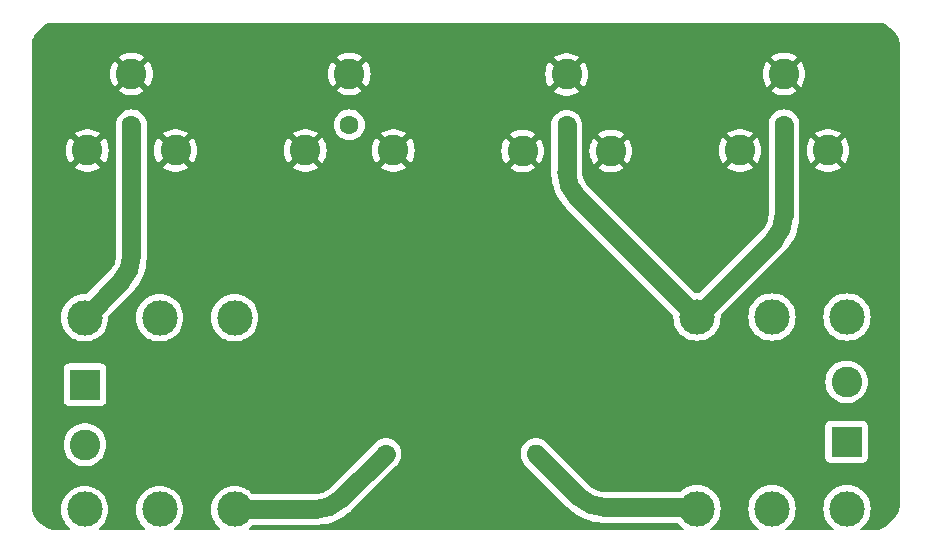
<source format=gbl>
%TF.GenerationSoftware,KiCad,Pcbnew,7.0.1*%
%TF.CreationDate,2023-08-03T02:37:16+01:00*%
%TF.ProjectId,QA403 Impedance Fixture,51413430-3320-4496-9d70-6564616e6365,rev?*%
%TF.SameCoordinates,Original*%
%TF.FileFunction,Copper,L2,Bot*%
%TF.FilePolarity,Positive*%
%FSLAX46Y46*%
G04 Gerber Fmt 4.6, Leading zero omitted, Abs format (unit mm)*
G04 Created by KiCad (PCBNEW 7.0.1) date 2023-08-03 02:37:16*
%MOMM*%
%LPD*%
G01*
G04 APERTURE LIST*
%TA.AperFunction,ComponentPad*%
%ADD10C,3.000000*%
%TD*%
%TA.AperFunction,ComponentPad*%
%ADD11R,2.600000X2.600000*%
%TD*%
%TA.AperFunction,ComponentPad*%
%ADD12C,2.600000*%
%TD*%
%TA.AperFunction,ComponentPad*%
%ADD13C,1.605000*%
%TD*%
%TA.AperFunction,ComponentPad*%
%ADD14C,2.595000*%
%TD*%
%TA.AperFunction,ComponentPad*%
%ADD15C,1.600000*%
%TD*%
%TA.AperFunction,ComponentPad*%
%ADD16O,1.600000X1.600000*%
%TD*%
%TA.AperFunction,Conductor*%
%ADD17C,1.600000*%
%TD*%
%TA.AperFunction,Conductor*%
%ADD18C,0.250000*%
%TD*%
G04 APERTURE END LIST*
D10*
%TO.P,J2,R*%
%TO.N,/COM*%
X138684000Y-50438000D03*
%TO.P,J2,RN*%
X138684000Y-66668000D03*
%TO.P,J2,S*%
X145034000Y-50438000D03*
D11*
%TO.P,J2,S2*%
X145000000Y-61000000D03*
D10*
%TO.P,J2,SN*%
X145034000Y-66668000D03*
%TO.P,J2,T*%
%TO.N,/B*%
X132334000Y-50438000D03*
D12*
%TO.P,J2,T2*%
X145000000Y-55920000D03*
D10*
%TO.P,J2,TN*%
X132334000Y-66668000D03*
%TD*%
%TO.P,J1,R*%
%TO.N,/COM*%
X86835000Y-66730000D03*
%TO.P,J1,RN*%
X86835000Y-50500000D03*
%TO.P,J1,S*%
X80485000Y-66730000D03*
D11*
%TO.P,J1,S2*%
X80519000Y-56168000D03*
D10*
%TO.P,J1,SN*%
X80485000Y-50500000D03*
%TO.P,J1,T*%
%TO.N,/A*%
X93185000Y-66730000D03*
D12*
%TO.P,J1,T2*%
X80519000Y-61248000D03*
D10*
%TO.P,J1,TN*%
X93185000Y-50500000D03*
%TD*%
D13*
%TO.P,J6,1,In*%
%TO.N,/B*%
X139700000Y-34165000D03*
D14*
%TO.P,J6,2,Ext*%
%TO.N,GNDA*%
X139700000Y-29845000D03*
%TO.P,J6,3,Ext*%
X143430000Y-36325000D03*
%TO.P,J6,4,Ext*%
X135970000Y-36325000D03*
%TD*%
D13*
%TO.P,J3,1,In*%
%TO.N,/B*%
X121300396Y-34210000D03*
D14*
%TO.P,J3,2,Ext*%
%TO.N,GNDA*%
X121300396Y-29890000D03*
%TO.P,J3,3,Ext*%
X125030396Y-36370000D03*
%TO.P,J3,4,Ext*%
X117570396Y-36370000D03*
%TD*%
D13*
%TO.P,J5,1,In*%
%TO.N,/A*%
X102900793Y-34165000D03*
D14*
%TO.P,J5,2,Ext*%
%TO.N,GNDA*%
X102900793Y-29845000D03*
%TO.P,J5,3,Ext*%
X106630793Y-36325000D03*
%TO.P,J5,4,Ext*%
X99170793Y-36325000D03*
%TD*%
D15*
%TO.P,R4,1*%
%TO.N,/A*%
X106000000Y-62000000D03*
D16*
%TO.P,R4,2*%
%TO.N,/B*%
X118700000Y-62000000D03*
%TD*%
D13*
%TO.P,J4,1,In*%
%TO.N,/COM*%
X84455000Y-34165000D03*
D14*
%TO.P,J4,2,Ext*%
%TO.N,GNDA*%
X84455000Y-29845000D03*
%TO.P,J4,3,Ext*%
X88185000Y-36325000D03*
%TO.P,J4,4,Ext*%
X80725000Y-36325000D03*
%TD*%
D17*
%TO.N,/COM*%
X83576341Y-47408699D02*
G75*
G03*
X84455000Y-45287359I-2121341J2121299D01*
G01*
%TO.N,/B*%
X138821341Y-43950699D02*
G75*
G03*
X139700000Y-41829359I-2121341J2121299D01*
G01*
X121300429Y-38161755D02*
G75*
G03*
X122179075Y-40283075I2999971J-45D01*
G01*
X132214000Y-66548000D02*
X132334000Y-66668000D01*
X124490641Y-66548000D02*
X132214000Y-66548000D01*
X118700000Y-62000000D02*
X122369321Y-65669321D01*
X122369309Y-65669333D02*
G75*
G03*
X124490641Y-66548000I2121391J2121533D01*
G01*
%TO.N,/A*%
X100027359Y-66729971D02*
G75*
G03*
X102148680Y-65851320I41J2999971D01*
G01*
D18*
%TO.N,GNDA*%
X113954999Y-45720000D02*
X114040000Y-45805001D01*
D17*
%TO.N,/A*%
X102148680Y-65851320D02*
X106000000Y-62000000D01*
X93185000Y-66730000D02*
X100027359Y-66730000D01*
%TO.N,/B*%
X132334000Y-50438000D02*
X122179075Y-40283075D01*
X132334000Y-50438000D02*
X138821321Y-43950679D01*
X139700000Y-41829359D02*
X139700000Y-34165000D01*
X121300396Y-38161755D02*
X121300396Y-34210000D01*
%TO.N,/COM*%
X84455000Y-45287359D02*
X84455000Y-34165000D01*
X80485000Y-50500000D02*
X83576321Y-47408679D01*
%TD*%
%TA.AperFunction,Conductor*%
%TO.N,GNDA*%
G36*
X147633533Y-25500382D02*
G01*
X147671948Y-25503405D01*
X147853606Y-25517701D01*
X147872816Y-25520744D01*
X148082722Y-25571138D01*
X148101214Y-25577146D01*
X148260399Y-25643083D01*
X148300650Y-25659756D01*
X148317987Y-25668590D01*
X148502035Y-25781375D01*
X148517776Y-25792811D01*
X148685638Y-25936178D01*
X148692788Y-25942788D01*
X149057211Y-26307211D01*
X149063821Y-26314361D01*
X149207188Y-26482223D01*
X149218624Y-26497964D01*
X149331409Y-26682012D01*
X149340243Y-26699349D01*
X149422850Y-26898778D01*
X149428863Y-26917284D01*
X149479254Y-27127178D01*
X149482298Y-27146396D01*
X149499618Y-27366466D01*
X149500000Y-27376195D01*
X149500000Y-66373805D01*
X149499618Y-66383534D01*
X149482298Y-66603603D01*
X149479254Y-66622821D01*
X149428863Y-66832715D01*
X149422850Y-66851221D01*
X149340243Y-67050650D01*
X149331409Y-67067987D01*
X149218624Y-67252035D01*
X149207188Y-67267776D01*
X149063821Y-67435638D01*
X149057211Y-67442788D01*
X148442788Y-68057211D01*
X148435638Y-68063821D01*
X148267776Y-68207188D01*
X148252035Y-68218624D01*
X148067987Y-68331409D01*
X148050650Y-68340243D01*
X147851221Y-68422850D01*
X147832715Y-68428863D01*
X147622821Y-68479254D01*
X147603603Y-68482298D01*
X147383534Y-68499618D01*
X147373805Y-68500000D01*
X146297480Y-68500000D01*
X146238053Y-68484832D01*
X146193165Y-68443040D01*
X146173796Y-68384846D01*
X146184686Y-68324489D01*
X146223169Y-68276733D01*
X146347395Y-68183739D01*
X146549739Y-67981395D01*
X146721226Y-67752315D01*
X146858367Y-67501161D01*
X146958369Y-67233046D01*
X147019196Y-66953428D01*
X147039610Y-66668000D01*
X147019196Y-66382572D01*
X146958369Y-66102954D01*
X146858367Y-65834839D01*
X146721226Y-65583685D01*
X146549739Y-65354605D01*
X146347395Y-65152261D01*
X146232854Y-65066517D01*
X146118313Y-64980772D01*
X145867163Y-64843634D01*
X145867162Y-64843633D01*
X145867161Y-64843633D01*
X145599046Y-64743631D01*
X145599041Y-64743629D01*
X145319429Y-64682804D01*
X145034000Y-64662389D01*
X144748570Y-64682804D01*
X144468958Y-64743629D01*
X144200836Y-64843634D01*
X143949686Y-64980772D01*
X143720602Y-65152263D01*
X143518263Y-65354602D01*
X143346772Y-65583686D01*
X143209634Y-65834836D01*
X143109629Y-66102958D01*
X143048804Y-66382570D01*
X143028389Y-66667999D01*
X143048804Y-66953429D01*
X143109629Y-67233041D01*
X143209634Y-67501163D01*
X143346772Y-67752313D01*
X143408936Y-67835354D01*
X143518261Y-67981395D01*
X143720605Y-68183739D01*
X143844831Y-68276733D01*
X143883314Y-68324489D01*
X143894204Y-68384846D01*
X143874835Y-68443040D01*
X143829947Y-68484832D01*
X143770520Y-68500000D01*
X139947480Y-68500000D01*
X139888053Y-68484832D01*
X139843165Y-68443040D01*
X139823796Y-68384846D01*
X139834686Y-68324489D01*
X139873169Y-68276733D01*
X139997395Y-68183739D01*
X140199739Y-67981395D01*
X140371226Y-67752315D01*
X140508367Y-67501161D01*
X140608369Y-67233046D01*
X140669196Y-66953428D01*
X140689610Y-66668000D01*
X140669196Y-66382572D01*
X140608369Y-66102954D01*
X140508367Y-65834839D01*
X140371226Y-65583685D01*
X140199739Y-65354605D01*
X139997395Y-65152261D01*
X139882854Y-65066517D01*
X139768313Y-64980772D01*
X139517163Y-64843634D01*
X139517162Y-64843633D01*
X139517161Y-64843633D01*
X139249046Y-64743631D01*
X139249041Y-64743629D01*
X138969429Y-64682804D01*
X138684000Y-64662389D01*
X138398570Y-64682804D01*
X138118958Y-64743629D01*
X137850836Y-64843634D01*
X137599686Y-64980772D01*
X137370602Y-65152263D01*
X137168263Y-65354602D01*
X136996772Y-65583686D01*
X136859634Y-65834836D01*
X136759629Y-66102958D01*
X136698804Y-66382570D01*
X136678389Y-66667999D01*
X136698804Y-66953429D01*
X136759629Y-67233041D01*
X136859634Y-67501163D01*
X136996772Y-67752313D01*
X137058936Y-67835354D01*
X137168261Y-67981395D01*
X137370605Y-68183739D01*
X137494831Y-68276733D01*
X137533314Y-68324489D01*
X137544204Y-68384846D01*
X137524835Y-68443040D01*
X137479947Y-68484832D01*
X137420520Y-68500000D01*
X133597480Y-68500000D01*
X133538053Y-68484832D01*
X133493165Y-68443040D01*
X133473796Y-68384846D01*
X133484686Y-68324489D01*
X133523169Y-68276733D01*
X133647395Y-68183739D01*
X133849739Y-67981395D01*
X134021226Y-67752315D01*
X134158367Y-67501161D01*
X134258369Y-67233046D01*
X134319196Y-66953428D01*
X134339610Y-66668000D01*
X134319196Y-66382572D01*
X134258369Y-66102954D01*
X134158367Y-65834839D01*
X134021226Y-65583685D01*
X133849739Y-65354605D01*
X133647395Y-65152261D01*
X133532854Y-65066517D01*
X133418313Y-64980772D01*
X133167163Y-64843634D01*
X133167162Y-64843633D01*
X133167161Y-64843633D01*
X132899046Y-64743631D01*
X132899041Y-64743629D01*
X132619429Y-64682804D01*
X132334000Y-64662389D01*
X132048570Y-64682804D01*
X131768958Y-64743629D01*
X131500836Y-64843634D01*
X131249686Y-64980772D01*
X131020602Y-65152263D01*
X130961685Y-65211181D01*
X130921457Y-65238061D01*
X130874004Y-65247500D01*
X124494722Y-65247500D01*
X124486610Y-65247234D01*
X124276936Y-65233487D01*
X124260856Y-65231370D01*
X124058757Y-65191169D01*
X124043091Y-65186972D01*
X123940833Y-65152261D01*
X123847954Y-65120733D01*
X123832978Y-65114530D01*
X123742046Y-65069688D01*
X123648162Y-65023391D01*
X123634116Y-65015282D01*
X123462776Y-64900801D01*
X123449909Y-64890928D01*
X123292112Y-64752552D01*
X123286187Y-64747002D01*
X120887054Y-62347869D01*
X143199500Y-62347869D01*
X143205909Y-62407484D01*
X143220460Y-62446496D01*
X143256204Y-62542331D01*
X143342454Y-62657546D01*
X143457669Y-62743796D01*
X143592517Y-62794091D01*
X143652127Y-62800500D01*
X146347872Y-62800499D01*
X146407483Y-62794091D01*
X146542331Y-62743796D01*
X146657546Y-62657546D01*
X146743796Y-62542331D01*
X146794091Y-62407483D01*
X146800500Y-62347873D01*
X146800499Y-59652128D01*
X146794091Y-59592517D01*
X146743796Y-59457669D01*
X146657546Y-59342454D01*
X146542331Y-59256204D01*
X146407483Y-59205909D01*
X146347873Y-59199500D01*
X146347869Y-59199500D01*
X143652130Y-59199500D01*
X143592515Y-59205909D01*
X143457669Y-59256204D01*
X143342454Y-59342454D01*
X143256204Y-59457668D01*
X143205909Y-59592516D01*
X143199500Y-59652130D01*
X143199500Y-62347869D01*
X120887054Y-62347869D01*
X119708731Y-61169546D01*
X119708729Y-61169543D01*
X119539141Y-60999954D01*
X119509070Y-60978899D01*
X119496873Y-60970358D01*
X119488315Y-60963792D01*
X119448786Y-60930623D01*
X119448784Y-60930622D01*
X119448782Y-60930620D01*
X119404106Y-60904827D01*
X119394983Y-60899015D01*
X119352736Y-60869433D01*
X119305986Y-60847633D01*
X119296392Y-60842638D01*
X119251713Y-60816842D01*
X119203241Y-60799201D01*
X119193256Y-60795066D01*
X119146496Y-60773261D01*
X119146497Y-60773261D01*
X119146490Y-60773258D01*
X119096660Y-60759906D01*
X119086346Y-60756655D01*
X119071103Y-60751107D01*
X119037880Y-60739015D01*
X119037879Y-60739014D01*
X119037877Y-60739014D01*
X118987079Y-60730057D01*
X118976521Y-60727716D01*
X118926693Y-60714365D01*
X118875302Y-60709868D01*
X118864582Y-60708456D01*
X118813781Y-60699499D01*
X118813779Y-60699499D01*
X118762185Y-60699499D01*
X118751379Y-60699027D01*
X118747160Y-60698658D01*
X118700000Y-60694531D01*
X118652839Y-60698658D01*
X118648620Y-60699027D01*
X118637815Y-60699499D01*
X118586217Y-60699499D01*
X118535415Y-60708456D01*
X118524696Y-60709868D01*
X118473307Y-60714365D01*
X118423477Y-60727716D01*
X118412923Y-60730056D01*
X118380353Y-60735799D01*
X118362120Y-60739015D01*
X118362118Y-60739015D01*
X118362116Y-60739016D01*
X118313650Y-60756655D01*
X118303339Y-60759906D01*
X118253507Y-60773259D01*
X118206755Y-60795060D01*
X118196763Y-60799198D01*
X118148286Y-60816842D01*
X118103603Y-60842639D01*
X118094015Y-60847630D01*
X118047268Y-60869430D01*
X118005015Y-60899015D01*
X117995897Y-60904824D01*
X117951212Y-60930624D01*
X117911694Y-60963783D01*
X117903115Y-60970366D01*
X117860858Y-60999955D01*
X117824376Y-61036436D01*
X117816405Y-61043741D01*
X117776895Y-61076895D01*
X117743741Y-61116405D01*
X117736436Y-61124376D01*
X117699955Y-61160858D01*
X117670366Y-61203115D01*
X117663783Y-61211694D01*
X117630624Y-61251212D01*
X117604824Y-61295897D01*
X117599015Y-61305015D01*
X117569430Y-61347268D01*
X117547630Y-61394015D01*
X117542639Y-61403603D01*
X117516842Y-61448286D01*
X117499198Y-61496763D01*
X117495060Y-61506755D01*
X117473259Y-61553507D01*
X117459906Y-61603339D01*
X117456655Y-61613650D01*
X117439016Y-61662116D01*
X117430056Y-61712923D01*
X117427716Y-61723477D01*
X117414365Y-61773307D01*
X117409868Y-61824696D01*
X117408456Y-61835415D01*
X117399499Y-61886217D01*
X117399499Y-61937815D01*
X117399027Y-61948623D01*
X117394531Y-62000000D01*
X117399027Y-62051377D01*
X117399499Y-62062185D01*
X117399499Y-62113781D01*
X117408456Y-62164582D01*
X117409868Y-62175302D01*
X117414365Y-62226693D01*
X117427716Y-62276521D01*
X117430057Y-62287079D01*
X117439014Y-62337877D01*
X117456655Y-62386346D01*
X117459906Y-62396660D01*
X117473258Y-62446490D01*
X117473261Y-62446496D01*
X117495066Y-62493256D01*
X117499201Y-62503241D01*
X117516842Y-62551713D01*
X117542638Y-62596392D01*
X117547633Y-62605986D01*
X117569433Y-62652736D01*
X117599015Y-62694983D01*
X117604827Y-62704106D01*
X117630620Y-62748782D01*
X117630622Y-62748784D01*
X117630623Y-62748786D01*
X117663792Y-62788315D01*
X117670358Y-62796873D01*
X117680706Y-62811651D01*
X117699954Y-62839141D01*
X117869540Y-63008726D01*
X117869546Y-63008731D01*
X121366516Y-66505701D01*
X121366545Y-66505735D01*
X121414538Y-66553725D01*
X121414585Y-66553794D01*
X121449748Y-66588955D01*
X121449748Y-66588956D01*
X121582518Y-66721718D01*
X121858675Y-66953428D01*
X121870195Y-66963094D01*
X122177799Y-67178470D01*
X122503007Y-67366223D01*
X122503012Y-67366225D01*
X122503015Y-67366227D01*
X122843353Y-67524925D01*
X122843356Y-67524926D01*
X122843358Y-67524927D01*
X123196223Y-67653358D01*
X123196227Y-67653359D01*
X123558951Y-67750552D01*
X123928765Y-67815763D01*
X124270120Y-67845632D01*
X124302855Y-67848497D01*
X124302857Y-67848497D01*
X124428231Y-67848498D01*
X124428245Y-67848500D01*
X124490615Y-67848500D01*
X124598378Y-67848502D01*
X124598384Y-67848500D01*
X124608626Y-67848501D01*
X124608651Y-67848500D01*
X130656707Y-67848500D01*
X130712211Y-67861616D01*
X130755973Y-67898188D01*
X130818261Y-67981395D01*
X131020605Y-68183739D01*
X131144831Y-68276733D01*
X131183314Y-68324489D01*
X131194204Y-68384846D01*
X131174835Y-68443040D01*
X131129947Y-68484832D01*
X131070520Y-68500000D01*
X94531302Y-68500000D01*
X94471875Y-68484832D01*
X94426987Y-68443040D01*
X94407618Y-68384846D01*
X94418508Y-68324489D01*
X94456989Y-68276734D01*
X94498395Y-68245739D01*
X94677315Y-68066818D01*
X94717543Y-68039939D01*
X94764996Y-68030500D01*
X100089415Y-68030500D01*
X100090052Y-68030471D01*
X100215105Y-68030474D01*
X100589204Y-67997749D01*
X100959027Y-67932544D01*
X101321759Y-67835355D01*
X101473553Y-67780108D01*
X101674631Y-67706925D01*
X101674634Y-67706923D01*
X101674641Y-67706921D01*
X102014986Y-67548220D01*
X102340204Y-67360460D01*
X102647820Y-67145070D01*
X102935493Y-66903689D01*
X103019438Y-66819744D01*
X103019444Y-66819740D01*
X103028117Y-66811066D01*
X103028120Y-66811065D01*
X103100487Y-66738698D01*
X103144464Y-66694722D01*
X103144465Y-66694719D01*
X103158690Y-66680495D01*
X103158692Y-66680491D01*
X106824908Y-63014275D01*
X106824915Y-63014271D01*
X106910449Y-62928737D01*
X107000047Y-62839139D01*
X107029640Y-62796873D01*
X107036214Y-62788306D01*
X107069377Y-62748786D01*
X107095181Y-62704089D01*
X107100969Y-62695003D01*
X107130568Y-62652734D01*
X107152368Y-62605982D01*
X107157356Y-62596398D01*
X107183156Y-62551715D01*
X107200800Y-62503235D01*
X107204941Y-62493239D01*
X107226739Y-62446496D01*
X107240095Y-62396643D01*
X107243331Y-62386380D01*
X107260985Y-62337880D01*
X107269947Y-62287048D01*
X107272275Y-62276546D01*
X107285635Y-62226692D01*
X107290131Y-62175302D01*
X107291542Y-62164583D01*
X107291543Y-62164582D01*
X107300501Y-62113779D01*
X107300501Y-62062185D01*
X107300973Y-62051377D01*
X107305468Y-62000000D01*
X107300973Y-61948623D01*
X107300501Y-61937815D01*
X107300501Y-61886221D01*
X107291542Y-61835414D01*
X107290130Y-61824687D01*
X107288809Y-61809594D01*
X107285635Y-61773308D01*
X107276595Y-61739573D01*
X107272281Y-61723471D01*
X107269940Y-61712909D01*
X107260985Y-61662120D01*
X107243341Y-61613644D01*
X107240088Y-61603325D01*
X107226740Y-61553508D01*
X107226740Y-61553507D01*
X107226739Y-61553504D01*
X107204932Y-61506741D01*
X107200801Y-61496768D01*
X107183156Y-61448285D01*
X107167443Y-61421071D01*
X107157355Y-61403596D01*
X107152361Y-61394002D01*
X107130568Y-61347266D01*
X107100974Y-61305002D01*
X107095174Y-61295897D01*
X107069377Y-61251214D01*
X107069376Y-61251212D01*
X107069375Y-61251211D01*
X107036221Y-61211701D01*
X107029633Y-61203115D01*
X107000047Y-61160860D01*
X106963565Y-61124378D01*
X106956257Y-61116404D01*
X106923102Y-61076892D01*
X106883594Y-61043741D01*
X106875619Y-61036433D01*
X106839138Y-60999952D01*
X106796881Y-60970363D01*
X106788304Y-60963783D01*
X106748786Y-60930623D01*
X106748784Y-60930622D01*
X106748782Y-60930620D01*
X106704106Y-60904827D01*
X106694983Y-60899015D01*
X106652736Y-60869433D01*
X106605986Y-60847633D01*
X106596392Y-60842638D01*
X106551713Y-60816842D01*
X106503241Y-60799201D01*
X106493256Y-60795066D01*
X106446496Y-60773261D01*
X106446497Y-60773261D01*
X106446490Y-60773258D01*
X106396660Y-60759906D01*
X106386346Y-60756655D01*
X106371103Y-60751107D01*
X106337880Y-60739015D01*
X106337879Y-60739014D01*
X106337877Y-60739014D01*
X106287079Y-60730057D01*
X106276521Y-60727716D01*
X106226693Y-60714365D01*
X106175302Y-60709868D01*
X106164582Y-60708456D01*
X106113781Y-60699499D01*
X106113779Y-60699499D01*
X106062185Y-60699499D01*
X106051379Y-60699027D01*
X106047160Y-60698658D01*
X106000000Y-60694531D01*
X105952839Y-60698658D01*
X105948620Y-60699027D01*
X105937815Y-60699499D01*
X105886217Y-60699499D01*
X105835415Y-60708456D01*
X105824696Y-60709868D01*
X105773307Y-60714365D01*
X105723477Y-60727716D01*
X105712923Y-60730056D01*
X105680353Y-60735799D01*
X105662120Y-60739015D01*
X105662118Y-60739015D01*
X105662116Y-60739016D01*
X105613650Y-60756655D01*
X105603339Y-60759906D01*
X105553507Y-60773259D01*
X105506755Y-60795060D01*
X105496763Y-60799198D01*
X105448286Y-60816842D01*
X105403603Y-60842639D01*
X105394015Y-60847630D01*
X105347268Y-60869430D01*
X105305015Y-60899015D01*
X105295897Y-60904824D01*
X105251212Y-60930624D01*
X105211700Y-60963778D01*
X105203122Y-60970360D01*
X105160860Y-60999953D01*
X105044410Y-61116404D01*
X104999953Y-61160861D01*
X104999950Y-61160864D01*
X101240279Y-64920536D01*
X101231965Y-64928849D01*
X101231966Y-64928849D01*
X101226048Y-64934391D01*
X101068070Y-65072931D01*
X101055202Y-65082805D01*
X100883878Y-65197278D01*
X100869830Y-65205388D01*
X100685028Y-65296519D01*
X100670043Y-65302726D01*
X100474932Y-65368955D01*
X100459265Y-65373153D01*
X100257175Y-65413349D01*
X100241093Y-65415466D01*
X100030989Y-65429234D01*
X100022881Y-65429499D01*
X99909358Y-65429499D01*
X99909346Y-65429500D01*
X94764996Y-65429500D01*
X94717543Y-65420061D01*
X94677315Y-65393181D01*
X94498397Y-65214263D01*
X94498395Y-65214261D01*
X94365167Y-65114528D01*
X94269313Y-65042772D01*
X94018163Y-64905634D01*
X94018162Y-64905633D01*
X94018161Y-64905633D01*
X93750046Y-64805631D01*
X93750041Y-64805629D01*
X93470429Y-64744804D01*
X93185000Y-64724389D01*
X92899570Y-64744804D01*
X92619958Y-64805629D01*
X92351836Y-64905634D01*
X92100686Y-65042772D01*
X91871602Y-65214263D01*
X91669263Y-65416602D01*
X91497772Y-65645686D01*
X91360634Y-65896836D01*
X91260629Y-66164958D01*
X91199804Y-66444570D01*
X91179389Y-66730000D01*
X91199804Y-67015429D01*
X91260629Y-67295041D01*
X91260631Y-67295046D01*
X91355060Y-67548220D01*
X91360634Y-67563163D01*
X91497772Y-67814313D01*
X91523365Y-67848501D01*
X91669261Y-68043395D01*
X91871605Y-68245739D01*
X91913010Y-68276734D01*
X91951492Y-68324489D01*
X91962382Y-68384846D01*
X91943013Y-68443040D01*
X91898125Y-68484832D01*
X91838698Y-68500000D01*
X88181302Y-68500000D01*
X88121875Y-68484832D01*
X88076987Y-68443040D01*
X88057618Y-68384846D01*
X88068508Y-68324489D01*
X88106989Y-68276734D01*
X88148395Y-68245739D01*
X88350739Y-68043395D01*
X88522226Y-67814315D01*
X88659367Y-67563161D01*
X88759369Y-67295046D01*
X88820196Y-67015428D01*
X88840610Y-66730000D01*
X88820196Y-66444572D01*
X88759369Y-66164954D01*
X88659367Y-65896839D01*
X88522226Y-65645685D01*
X88350739Y-65416605D01*
X88148395Y-65214261D01*
X88015167Y-65114528D01*
X87919313Y-65042772D01*
X87668163Y-64905634D01*
X87668162Y-64905633D01*
X87668161Y-64905633D01*
X87400046Y-64805631D01*
X87400041Y-64805629D01*
X87120429Y-64744804D01*
X86835000Y-64724389D01*
X86549570Y-64744804D01*
X86269958Y-64805629D01*
X86001836Y-64905634D01*
X85750686Y-65042772D01*
X85521602Y-65214263D01*
X85319263Y-65416602D01*
X85147772Y-65645686D01*
X85010634Y-65896836D01*
X84910629Y-66164958D01*
X84849804Y-66444570D01*
X84829389Y-66730000D01*
X84849804Y-67015429D01*
X84910629Y-67295041D01*
X84910631Y-67295046D01*
X85005060Y-67548220D01*
X85010634Y-67563163D01*
X85147772Y-67814313D01*
X85173365Y-67848501D01*
X85319261Y-68043395D01*
X85521605Y-68245739D01*
X85563010Y-68276734D01*
X85601492Y-68324489D01*
X85612382Y-68384846D01*
X85593013Y-68443040D01*
X85548125Y-68484832D01*
X85488698Y-68500000D01*
X81831302Y-68500000D01*
X81771875Y-68484832D01*
X81726987Y-68443040D01*
X81707618Y-68384846D01*
X81718508Y-68324489D01*
X81756989Y-68276734D01*
X81798395Y-68245739D01*
X82000739Y-68043395D01*
X82172226Y-67814315D01*
X82309367Y-67563161D01*
X82409369Y-67295046D01*
X82470196Y-67015428D01*
X82490610Y-66730000D01*
X82470196Y-66444572D01*
X82409369Y-66164954D01*
X82309367Y-65896839D01*
X82172226Y-65645685D01*
X82000739Y-65416605D01*
X81798395Y-65214261D01*
X81665167Y-65114528D01*
X81569313Y-65042772D01*
X81318163Y-64905634D01*
X81318162Y-64905633D01*
X81318161Y-64905633D01*
X81050046Y-64805631D01*
X81050041Y-64805629D01*
X80770429Y-64744804D01*
X80485000Y-64724389D01*
X80199570Y-64744804D01*
X79919958Y-64805629D01*
X79651836Y-64905634D01*
X79400686Y-65042772D01*
X79171602Y-65214263D01*
X78969263Y-65416602D01*
X78797772Y-65645686D01*
X78660634Y-65896836D01*
X78560629Y-66164958D01*
X78499804Y-66444570D01*
X78479389Y-66730000D01*
X78499804Y-67015429D01*
X78560629Y-67295041D01*
X78560631Y-67295046D01*
X78655060Y-67548220D01*
X78660634Y-67563163D01*
X78797772Y-67814313D01*
X78823365Y-67848501D01*
X78969261Y-68043395D01*
X79171605Y-68245739D01*
X79213010Y-68276734D01*
X79251492Y-68324489D01*
X79262382Y-68384846D01*
X79243013Y-68443040D01*
X79198125Y-68484832D01*
X79138698Y-68500000D01*
X78048466Y-68500000D01*
X78037711Y-68499533D01*
X77794611Y-68478368D01*
X77773425Y-68474651D01*
X77542865Y-68413187D01*
X77522640Y-68405864D01*
X77306180Y-68305486D01*
X77287524Y-68294778D01*
X77087212Y-68155402D01*
X77078651Y-68148876D01*
X76819053Y-67932544D01*
X76543889Y-67703241D01*
X76535872Y-67695943D01*
X76361275Y-67522408D01*
X76347288Y-67505830D01*
X76208759Y-67308986D01*
X76197872Y-67290218D01*
X76187361Y-67267776D01*
X76095774Y-67072234D01*
X76088331Y-67051872D01*
X76025791Y-66819418D01*
X76022013Y-66798079D01*
X76000473Y-66552834D01*
X76000000Y-66542009D01*
X76000000Y-61247999D01*
X78713450Y-61247999D01*
X78733616Y-61517100D01*
X78753300Y-61603339D01*
X78793666Y-61780195D01*
X78892257Y-62031398D01*
X79027185Y-62265102D01*
X79195439Y-62476085D01*
X79393259Y-62659635D01*
X79616226Y-62811651D01*
X79859359Y-62928738D01*
X80117228Y-63008280D01*
X80384071Y-63048500D01*
X80653929Y-63048500D01*
X80920772Y-63008280D01*
X81178641Y-62928738D01*
X81421775Y-62811651D01*
X81644741Y-62659635D01*
X81842561Y-62476085D01*
X82010815Y-62265102D01*
X82145743Y-62031398D01*
X82244334Y-61780195D01*
X82304383Y-61517103D01*
X82324549Y-61248000D01*
X82304383Y-60978897D01*
X82244334Y-60715805D01*
X82145743Y-60464602D01*
X82010815Y-60230898D01*
X81842561Y-60019915D01*
X81842560Y-60019914D01*
X81644743Y-59836366D01*
X81587205Y-59797137D01*
X81421775Y-59684349D01*
X81178641Y-59567262D01*
X81099098Y-59542726D01*
X80920771Y-59487719D01*
X80653929Y-59447500D01*
X80384071Y-59447500D01*
X80117228Y-59487719D01*
X79859359Y-59567262D01*
X79616228Y-59684347D01*
X79393257Y-59836366D01*
X79195439Y-60019915D01*
X79027184Y-60230899D01*
X78892257Y-60464601D01*
X78793666Y-60715804D01*
X78733616Y-60978899D01*
X78713450Y-61247999D01*
X76000000Y-61247999D01*
X76000000Y-57515869D01*
X78718500Y-57515869D01*
X78724909Y-57575483D01*
X78775204Y-57710331D01*
X78861454Y-57825546D01*
X78976669Y-57911796D01*
X79111517Y-57962091D01*
X79171127Y-57968500D01*
X81866872Y-57968499D01*
X81926483Y-57962091D01*
X82061331Y-57911796D01*
X82176546Y-57825546D01*
X82262796Y-57710331D01*
X82313091Y-57575483D01*
X82319500Y-57515873D01*
X82319499Y-55919999D01*
X143194450Y-55919999D01*
X143214616Y-56189100D01*
X143214617Y-56189103D01*
X143274666Y-56452195D01*
X143373257Y-56703398D01*
X143508185Y-56937102D01*
X143676439Y-57148085D01*
X143874259Y-57331635D01*
X144097226Y-57483651D01*
X144340359Y-57600738D01*
X144598228Y-57680280D01*
X144865071Y-57720500D01*
X145134929Y-57720500D01*
X145401772Y-57680280D01*
X145659641Y-57600738D01*
X145902775Y-57483651D01*
X146125741Y-57331635D01*
X146323561Y-57148085D01*
X146491815Y-56937102D01*
X146626743Y-56703398D01*
X146725334Y-56452195D01*
X146785383Y-56189103D01*
X146805549Y-55920000D01*
X146785383Y-55650897D01*
X146725334Y-55387805D01*
X146626743Y-55136602D01*
X146491815Y-54902898D01*
X146323561Y-54691915D01*
X146252164Y-54625668D01*
X146125743Y-54508366D01*
X146068205Y-54469137D01*
X145902775Y-54356349D01*
X145659641Y-54239262D01*
X145580098Y-54214726D01*
X145401771Y-54159719D01*
X145134929Y-54119500D01*
X144865071Y-54119500D01*
X144598228Y-54159719D01*
X144340359Y-54239262D01*
X144097228Y-54356347D01*
X143874257Y-54508366D01*
X143676439Y-54691915D01*
X143508184Y-54902899D01*
X143373257Y-55136601D01*
X143274666Y-55387804D01*
X143214616Y-55650899D01*
X143194450Y-55919999D01*
X82319499Y-55919999D01*
X82319499Y-54820128D01*
X82313091Y-54760517D01*
X82262796Y-54625669D01*
X82176546Y-54510454D01*
X82061331Y-54424204D01*
X81926483Y-54373909D01*
X81866873Y-54367500D01*
X81866869Y-54367500D01*
X79171130Y-54367500D01*
X79111515Y-54373909D01*
X78976669Y-54424204D01*
X78861454Y-54510454D01*
X78775204Y-54625668D01*
X78724909Y-54760516D01*
X78718500Y-54820130D01*
X78718500Y-57515869D01*
X76000000Y-57515869D01*
X76000000Y-50499999D01*
X78479389Y-50499999D01*
X78499804Y-50785429D01*
X78560629Y-51065041D01*
X78660634Y-51333163D01*
X78797772Y-51584313D01*
X78883517Y-51698854D01*
X78969261Y-51813395D01*
X79171605Y-52015739D01*
X79317863Y-52125226D01*
X79400686Y-52187227D01*
X79538291Y-52262365D01*
X79651839Y-52324367D01*
X79919954Y-52424369D01*
X79919957Y-52424369D01*
X79919958Y-52424370D01*
X79972217Y-52435738D01*
X80199572Y-52485196D01*
X80485000Y-52505610D01*
X80770428Y-52485196D01*
X81050046Y-52424369D01*
X81318161Y-52324367D01*
X81569315Y-52187226D01*
X81798395Y-52015739D01*
X82000739Y-51813395D01*
X82172226Y-51584315D01*
X82309367Y-51333161D01*
X82409369Y-51065046D01*
X82470196Y-50785428D01*
X82490610Y-50500000D01*
X82490610Y-50499999D01*
X84829389Y-50499999D01*
X84849804Y-50785429D01*
X84910629Y-51065041D01*
X85010634Y-51333163D01*
X85147772Y-51584313D01*
X85233517Y-51698854D01*
X85319261Y-51813395D01*
X85521605Y-52015739D01*
X85667863Y-52125226D01*
X85750686Y-52187227D01*
X85888291Y-52262365D01*
X86001839Y-52324367D01*
X86269954Y-52424369D01*
X86269957Y-52424369D01*
X86269958Y-52424370D01*
X86322217Y-52435738D01*
X86549572Y-52485196D01*
X86835000Y-52505610D01*
X87120428Y-52485196D01*
X87400046Y-52424369D01*
X87668161Y-52324367D01*
X87919315Y-52187226D01*
X88148395Y-52015739D01*
X88350739Y-51813395D01*
X88522226Y-51584315D01*
X88659367Y-51333161D01*
X88759369Y-51065046D01*
X88820196Y-50785428D01*
X88840610Y-50500000D01*
X88840610Y-50499999D01*
X91179389Y-50499999D01*
X91199804Y-50785429D01*
X91260629Y-51065041D01*
X91360634Y-51333163D01*
X91497772Y-51584313D01*
X91583517Y-51698854D01*
X91669261Y-51813395D01*
X91871605Y-52015739D01*
X92017863Y-52125226D01*
X92100686Y-52187227D01*
X92238291Y-52262365D01*
X92351839Y-52324367D01*
X92619954Y-52424369D01*
X92619957Y-52424369D01*
X92619958Y-52424370D01*
X92672217Y-52435738D01*
X92899572Y-52485196D01*
X93185000Y-52505610D01*
X93470428Y-52485196D01*
X93750046Y-52424369D01*
X94018161Y-52324367D01*
X94269315Y-52187226D01*
X94498395Y-52015739D01*
X94700739Y-51813395D01*
X94872226Y-51584315D01*
X95009367Y-51333161D01*
X95109369Y-51065046D01*
X95170196Y-50785428D01*
X95190610Y-50500000D01*
X95170196Y-50214572D01*
X95109369Y-49934954D01*
X95009367Y-49666839D01*
X94872226Y-49415685D01*
X94700739Y-49186605D01*
X94498395Y-48984261D01*
X94383855Y-48898517D01*
X94269313Y-48812772D01*
X94018163Y-48675634D01*
X94018162Y-48675633D01*
X94018161Y-48675633D01*
X93750046Y-48575631D01*
X93750041Y-48575629D01*
X93470429Y-48514804D01*
X93185000Y-48494389D01*
X92899570Y-48514804D01*
X92619958Y-48575629D01*
X92351836Y-48675634D01*
X92100686Y-48812772D01*
X91871602Y-48984263D01*
X91669263Y-49186602D01*
X91497772Y-49415686D01*
X91360634Y-49666836D01*
X91260629Y-49934958D01*
X91199804Y-50214570D01*
X91179389Y-50499999D01*
X88840610Y-50499999D01*
X88820196Y-50214572D01*
X88759369Y-49934954D01*
X88659367Y-49666839D01*
X88522226Y-49415685D01*
X88350739Y-49186605D01*
X88148395Y-48984261D01*
X88033855Y-48898517D01*
X87919313Y-48812772D01*
X87668163Y-48675634D01*
X87668162Y-48675633D01*
X87668161Y-48675633D01*
X87400046Y-48575631D01*
X87400041Y-48575629D01*
X87120429Y-48514804D01*
X86835000Y-48494389D01*
X86549570Y-48514804D01*
X86269958Y-48575629D01*
X86001836Y-48675634D01*
X85750686Y-48812772D01*
X85521602Y-48984263D01*
X85319263Y-49186602D01*
X85147772Y-49415686D01*
X85010634Y-49666836D01*
X84910629Y-49934958D01*
X84849804Y-50214570D01*
X84829389Y-50499999D01*
X82490610Y-50499999D01*
X82483541Y-50401166D01*
X82491043Y-50348987D01*
X82519542Y-50304641D01*
X84407978Y-48416205D01*
X84407988Y-48416198D01*
X84419721Y-48404464D01*
X84419724Y-48404463D01*
X84459580Y-48364603D01*
X84459708Y-48364518D01*
X84495942Y-48328282D01*
X84495943Y-48328283D01*
X84628711Y-48195511D01*
X84870094Y-47907837D01*
X85085486Y-47600219D01*
X85273247Y-47274998D01*
X85431948Y-46934651D01*
X85560383Y-46581767D01*
X85657573Y-46219032D01*
X85722778Y-45849207D01*
X85755503Y-45475106D01*
X85755500Y-45287341D01*
X85755500Y-37761903D01*
X87101647Y-37761903D01*
X87283729Y-37886044D01*
X87526457Y-38002936D01*
X87783897Y-38082347D01*
X88050296Y-38122500D01*
X88319704Y-38122500D01*
X88586102Y-38082347D01*
X88843542Y-38002936D01*
X89086267Y-37886046D01*
X89268351Y-37761903D01*
X98087440Y-37761903D01*
X98269522Y-37886044D01*
X98512250Y-38002936D01*
X98769690Y-38082347D01*
X99036089Y-38122500D01*
X99305497Y-38122500D01*
X99571895Y-38082347D01*
X99829335Y-38002936D01*
X100072060Y-37886046D01*
X100254144Y-37761903D01*
X105547440Y-37761903D01*
X105729522Y-37886044D01*
X105972250Y-38002936D01*
X106229690Y-38082347D01*
X106496089Y-38122500D01*
X106765497Y-38122500D01*
X107031895Y-38082347D01*
X107289335Y-38002936D01*
X107532060Y-37886046D01*
X107648141Y-37806903D01*
X116487043Y-37806903D01*
X116669125Y-37931044D01*
X116911853Y-38047936D01*
X117169293Y-38127347D01*
X117435692Y-38167500D01*
X117705100Y-38167500D01*
X117971498Y-38127347D01*
X118228938Y-38047936D01*
X118471663Y-37931046D01*
X118653747Y-37806903D01*
X117570396Y-36723553D01*
X116487043Y-37806903D01*
X107648141Y-37806903D01*
X107714144Y-37761903D01*
X106630793Y-36678553D01*
X105547440Y-37761903D01*
X100254144Y-37761903D01*
X99170793Y-36678553D01*
X98087440Y-37761903D01*
X89268351Y-37761903D01*
X88185000Y-36678553D01*
X87101647Y-37761903D01*
X85755500Y-37761903D01*
X85755500Y-36324999D01*
X86382459Y-36324999D01*
X86402592Y-36593653D01*
X86462542Y-36856310D01*
X86560967Y-37107090D01*
X86695670Y-37340405D01*
X86749073Y-37407372D01*
X87831447Y-36325001D01*
X87831447Y-36325000D01*
X88538553Y-36325000D01*
X89620925Y-37407372D01*
X89674328Y-37340406D01*
X89809032Y-37107090D01*
X89907457Y-36856310D01*
X89967407Y-36593653D01*
X89987540Y-36324999D01*
X97368252Y-36324999D01*
X97388385Y-36593653D01*
X97448335Y-36856310D01*
X97546760Y-37107090D01*
X97681463Y-37340405D01*
X97734866Y-37407372D01*
X98817240Y-36325001D01*
X99524346Y-36325001D01*
X100606718Y-37407372D01*
X100660121Y-37340406D01*
X100794825Y-37107090D01*
X100893250Y-36856310D01*
X100953200Y-36593653D01*
X100973333Y-36324999D01*
X104828252Y-36324999D01*
X104848385Y-36593653D01*
X104908335Y-36856310D01*
X105006760Y-37107090D01*
X105141463Y-37340405D01*
X105194866Y-37407372D01*
X106277240Y-36325001D01*
X106277240Y-36325000D01*
X106277239Y-36324999D01*
X106984345Y-36324999D01*
X108066718Y-37407372D01*
X108120121Y-37340406D01*
X108254825Y-37107090D01*
X108353250Y-36856310D01*
X108413200Y-36593653D01*
X108429961Y-36370000D01*
X115767855Y-36370000D01*
X115787988Y-36638653D01*
X115847938Y-36901310D01*
X115946363Y-37152090D01*
X116081066Y-37385405D01*
X116134469Y-37452372D01*
X117216843Y-36370001D01*
X117216843Y-36370000D01*
X117923949Y-36370000D01*
X119006321Y-37452372D01*
X119059724Y-37385406D01*
X119194428Y-37152090D01*
X119292853Y-36901310D01*
X119352803Y-36638653D01*
X119372936Y-36370000D01*
X119352803Y-36101346D01*
X119292853Y-35838689D01*
X119194428Y-35587909D01*
X119059725Y-35354595D01*
X119006320Y-35287627D01*
X117923949Y-36370000D01*
X117216843Y-36370000D01*
X117216843Y-36369999D01*
X116134470Y-35287627D01*
X116081066Y-35354594D01*
X115946363Y-35587909D01*
X115847938Y-35838689D01*
X115787988Y-36101346D01*
X115767855Y-36370000D01*
X108429961Y-36370000D01*
X108433333Y-36324999D01*
X108413200Y-36056346D01*
X108353250Y-35793689D01*
X108254825Y-35542909D01*
X108120122Y-35309595D01*
X108066717Y-35242627D01*
X106984345Y-36324999D01*
X106277239Y-36324999D01*
X105194867Y-35242627D01*
X105141463Y-35309594D01*
X105006760Y-35542909D01*
X104908335Y-35793689D01*
X104848385Y-36056346D01*
X104828252Y-36324999D01*
X100973333Y-36324999D01*
X100953200Y-36056346D01*
X100893250Y-35793689D01*
X100794825Y-35542909D01*
X100660122Y-35309595D01*
X100606717Y-35242627D01*
X99524346Y-36325000D01*
X99524346Y-36325001D01*
X98817240Y-36325001D01*
X98817240Y-36325000D01*
X97734867Y-35242627D01*
X97681463Y-35309594D01*
X97546760Y-35542909D01*
X97448335Y-35793689D01*
X97388385Y-36056346D01*
X97368252Y-36324999D01*
X89987540Y-36324999D01*
X89967407Y-36056346D01*
X89907457Y-35793689D01*
X89809032Y-35542909D01*
X89674329Y-35309595D01*
X89620924Y-35242627D01*
X88538553Y-36325000D01*
X87831447Y-36325000D01*
X86749074Y-35242627D01*
X86695670Y-35309594D01*
X86560967Y-35542909D01*
X86462542Y-35793689D01*
X86402592Y-36056346D01*
X86382459Y-36324999D01*
X85755500Y-36324999D01*
X85755500Y-34888095D01*
X87101648Y-34888095D01*
X88185000Y-35971447D01*
X88185001Y-35971447D01*
X89268351Y-34888095D01*
X98087441Y-34888095D01*
X99170793Y-35971447D01*
X99170794Y-35971447D01*
X100254144Y-34888095D01*
X100072063Y-34763955D01*
X99829335Y-34647063D01*
X99571895Y-34567652D01*
X99305497Y-34527500D01*
X99036089Y-34527500D01*
X98769690Y-34567652D01*
X98512250Y-34647063D01*
X98269522Y-34763955D01*
X98087441Y-34888095D01*
X89268351Y-34888095D01*
X89086270Y-34763955D01*
X88843542Y-34647063D01*
X88586102Y-34567652D01*
X88319704Y-34527500D01*
X88050296Y-34527500D01*
X87783897Y-34567652D01*
X87526457Y-34647063D01*
X87283729Y-34763955D01*
X87101648Y-34888095D01*
X85755500Y-34888095D01*
X85755500Y-34255875D01*
X85755972Y-34245067D01*
X85762977Y-34164999D01*
X101592815Y-34164999D01*
X101612686Y-34392125D01*
X101671697Y-34612355D01*
X101742389Y-34763955D01*
X101768052Y-34818989D01*
X101898824Y-35005751D01*
X102060042Y-35166969D01*
X102246804Y-35297741D01*
X102453439Y-35394096D01*
X102673665Y-35453106D01*
X102900793Y-35472977D01*
X103127921Y-35453106D01*
X103348147Y-35394096D01*
X103554782Y-35297741D01*
X103741544Y-35166969D01*
X103902762Y-35005751D01*
X103985146Y-34888095D01*
X105547441Y-34888095D01*
X106630793Y-35971447D01*
X106630794Y-35971447D01*
X107669144Y-34933095D01*
X116487044Y-34933095D01*
X117570396Y-36016447D01*
X117570397Y-36016447D01*
X118653747Y-34933095D01*
X118471666Y-34808955D01*
X118228938Y-34692063D01*
X117971498Y-34612652D01*
X117705100Y-34572500D01*
X117435692Y-34572500D01*
X117169293Y-34612652D01*
X116911853Y-34692063D01*
X116669125Y-34808955D01*
X116487044Y-34933095D01*
X107669144Y-34933095D01*
X107714144Y-34888095D01*
X107532063Y-34763955D01*
X107289335Y-34647063D01*
X107031895Y-34567652D01*
X106765497Y-34527500D01*
X106496089Y-34527500D01*
X106229690Y-34567652D01*
X105972250Y-34647063D01*
X105729522Y-34763955D01*
X105547441Y-34888095D01*
X103985146Y-34888095D01*
X104033534Y-34818989D01*
X104129889Y-34612354D01*
X104188899Y-34392128D01*
X104204833Y-34209999D01*
X119992418Y-34209999D01*
X119999424Y-34290067D01*
X119999896Y-34300875D01*
X119999896Y-38223584D01*
X119999927Y-38224315D01*
X119999926Y-38349502D01*
X120032649Y-38723597D01*
X120097853Y-39093417D01*
X120195043Y-39456153D01*
X120323473Y-39809028D01*
X120323476Y-39809034D01*
X120482176Y-40149379D01*
X120669935Y-40474597D01*
X120885324Y-40782213D01*
X120885325Y-40782214D01*
X121126707Y-41069888D01*
X121215337Y-41158520D01*
X121215370Y-41158556D01*
X121259471Y-41202656D01*
X121259472Y-41202658D01*
X121344350Y-41287536D01*
X121344356Y-41287541D01*
X130299455Y-50242640D01*
X130327956Y-50286987D01*
X130335458Y-50339167D01*
X130328389Y-50437999D01*
X130348804Y-50723429D01*
X130409629Y-51003041D01*
X130509634Y-51271163D01*
X130646772Y-51522313D01*
X130732517Y-51636855D01*
X130818261Y-51751395D01*
X131020605Y-51953739D01*
X131192415Y-52082354D01*
X131249686Y-52125227D01*
X131363229Y-52187226D01*
X131500839Y-52262367D01*
X131768954Y-52362369D01*
X131768957Y-52362369D01*
X131768958Y-52362370D01*
X131821217Y-52373738D01*
X132048572Y-52423196D01*
X132334000Y-52443610D01*
X132619428Y-52423196D01*
X132899046Y-52362369D01*
X133167161Y-52262367D01*
X133418315Y-52125226D01*
X133647395Y-51953739D01*
X133849739Y-51751395D01*
X134021226Y-51522315D01*
X134158367Y-51271161D01*
X134258369Y-51003046D01*
X134319196Y-50723428D01*
X134339610Y-50438000D01*
X134339610Y-50437999D01*
X136678389Y-50437999D01*
X136698804Y-50723429D01*
X136759629Y-51003041D01*
X136859634Y-51271163D01*
X136996772Y-51522313D01*
X137082517Y-51636855D01*
X137168261Y-51751395D01*
X137370605Y-51953739D01*
X137542415Y-52082354D01*
X137599686Y-52125227D01*
X137713229Y-52187226D01*
X137850839Y-52262367D01*
X138118954Y-52362369D01*
X138118957Y-52362369D01*
X138118958Y-52362370D01*
X138171217Y-52373738D01*
X138398572Y-52423196D01*
X138684000Y-52443610D01*
X138969428Y-52423196D01*
X139249046Y-52362369D01*
X139517161Y-52262367D01*
X139768315Y-52125226D01*
X139997395Y-51953739D01*
X140199739Y-51751395D01*
X140371226Y-51522315D01*
X140508367Y-51271161D01*
X140608369Y-51003046D01*
X140669196Y-50723428D01*
X140689610Y-50438000D01*
X143028389Y-50438000D01*
X143048804Y-50723429D01*
X143109629Y-51003041D01*
X143209634Y-51271163D01*
X143346772Y-51522313D01*
X143432517Y-51636855D01*
X143518261Y-51751395D01*
X143720605Y-51953739D01*
X143892415Y-52082354D01*
X143949686Y-52125227D01*
X144063229Y-52187226D01*
X144200839Y-52262367D01*
X144468954Y-52362369D01*
X144468957Y-52362369D01*
X144468958Y-52362370D01*
X144521217Y-52373738D01*
X144748572Y-52423196D01*
X145034000Y-52443610D01*
X145319428Y-52423196D01*
X145599046Y-52362369D01*
X145867161Y-52262367D01*
X146118315Y-52125226D01*
X146347395Y-51953739D01*
X146549739Y-51751395D01*
X146721226Y-51522315D01*
X146858367Y-51271161D01*
X146958369Y-51003046D01*
X147019196Y-50723428D01*
X147039610Y-50438000D01*
X147019196Y-50152572D01*
X146958369Y-49872954D01*
X146858367Y-49604839D01*
X146721226Y-49353685D01*
X146549739Y-49124605D01*
X146347395Y-48922261D01*
X146232855Y-48836517D01*
X146118313Y-48750772D01*
X145867163Y-48613634D01*
X145867162Y-48613633D01*
X145867161Y-48613633D01*
X145599046Y-48513631D01*
X145599041Y-48513629D01*
X145319429Y-48452804D01*
X145034000Y-48432389D01*
X144748570Y-48452804D01*
X144468958Y-48513629D01*
X144200836Y-48613634D01*
X143949686Y-48750772D01*
X143720602Y-48922263D01*
X143518263Y-49124602D01*
X143346772Y-49353686D01*
X143209634Y-49604836D01*
X143109629Y-49872958D01*
X143048804Y-50152570D01*
X143028389Y-50438000D01*
X140689610Y-50438000D01*
X140669196Y-50152572D01*
X140608369Y-49872954D01*
X140508367Y-49604839D01*
X140371226Y-49353685D01*
X140199739Y-49124605D01*
X139997395Y-48922261D01*
X139882855Y-48836517D01*
X139768313Y-48750772D01*
X139517163Y-48613634D01*
X139517162Y-48613633D01*
X139517161Y-48613633D01*
X139249046Y-48513631D01*
X139249041Y-48513629D01*
X138969429Y-48452804D01*
X138684000Y-48432389D01*
X138398570Y-48452804D01*
X138118958Y-48513629D01*
X137850836Y-48613634D01*
X137599686Y-48750772D01*
X137370602Y-48922263D01*
X137168263Y-49124602D01*
X136996772Y-49353686D01*
X136859634Y-49604836D01*
X136759629Y-49872958D01*
X136698804Y-50152570D01*
X136678389Y-50437999D01*
X134339610Y-50437999D01*
X134332541Y-50339166D01*
X134340043Y-50286987D01*
X134368542Y-50242641D01*
X139655091Y-44956091D01*
X139655111Y-44956076D01*
X139704582Y-44906604D01*
X139704705Y-44906521D01*
X139740942Y-44870282D01*
X139740943Y-44870283D01*
X139873711Y-44737511D01*
X140115094Y-44449837D01*
X140330486Y-44142219D01*
X140518247Y-43816998D01*
X140676948Y-43476651D01*
X140805383Y-43123767D01*
X140902573Y-42761032D01*
X140967778Y-42391207D01*
X141000503Y-42017106D01*
X141000500Y-41829341D01*
X141000500Y-37761903D01*
X142346647Y-37761903D01*
X142528729Y-37886044D01*
X142771457Y-38002936D01*
X143028897Y-38082347D01*
X143295296Y-38122500D01*
X143564704Y-38122500D01*
X143831102Y-38082347D01*
X144088542Y-38002936D01*
X144331267Y-37886046D01*
X144513351Y-37761903D01*
X143430000Y-36678553D01*
X142346647Y-37761903D01*
X141000500Y-37761903D01*
X141000500Y-36324999D01*
X141627459Y-36324999D01*
X141647592Y-36593653D01*
X141707542Y-36856310D01*
X141805967Y-37107090D01*
X141940670Y-37340405D01*
X141994073Y-37407372D01*
X143076447Y-36325001D01*
X143783553Y-36325001D01*
X144865925Y-37407372D01*
X144919328Y-37340406D01*
X145054032Y-37107090D01*
X145152457Y-36856310D01*
X145212407Y-36593653D01*
X145232540Y-36324999D01*
X145212407Y-36056346D01*
X145152457Y-35793689D01*
X145054032Y-35542909D01*
X144919329Y-35309595D01*
X144865924Y-35242627D01*
X143783553Y-36325000D01*
X143783553Y-36325001D01*
X143076447Y-36325001D01*
X143076447Y-36325000D01*
X141994074Y-35242627D01*
X141940670Y-35309594D01*
X141805967Y-35542909D01*
X141707542Y-35793689D01*
X141647592Y-36056346D01*
X141627459Y-36324999D01*
X141000500Y-36324999D01*
X141000500Y-34888095D01*
X142346648Y-34888095D01*
X143430000Y-35971447D01*
X143430001Y-35971447D01*
X144513351Y-34888095D01*
X144331270Y-34763955D01*
X144088542Y-34647063D01*
X143831102Y-34567652D01*
X143564704Y-34527500D01*
X143295296Y-34527500D01*
X143028897Y-34567652D01*
X142771457Y-34647063D01*
X142528729Y-34763955D01*
X142346648Y-34888095D01*
X141000500Y-34888095D01*
X141000500Y-34255875D01*
X141000972Y-34245067D01*
X141007977Y-34164999D01*
X140988106Y-33937874D01*
X140988106Y-33937872D01*
X140929096Y-33717646D01*
X140832741Y-33511012D01*
X140701969Y-33324249D01*
X140540751Y-33163031D01*
X140353989Y-33032259D01*
X140353988Y-33032258D01*
X140147355Y-32935904D01*
X139927125Y-32876893D01*
X139700000Y-32857022D01*
X139472874Y-32876893D01*
X139252644Y-32935904D01*
X139046011Y-33032259D01*
X138859248Y-33163031D01*
X138698031Y-33324248D01*
X138567259Y-33511011D01*
X138470904Y-33717644D01*
X138411893Y-33937874D01*
X138392022Y-34164999D01*
X138399028Y-34245067D01*
X138399500Y-34255875D01*
X138399500Y-41711346D01*
X138399499Y-41711358D01*
X138399499Y-41825312D01*
X138399234Y-41833420D01*
X138385494Y-42043096D01*
X138383377Y-42059177D01*
X138343181Y-42261272D01*
X138338983Y-42276940D01*
X138272752Y-42472057D01*
X138266545Y-42487042D01*
X138175415Y-42671841D01*
X138167305Y-42685888D01*
X138052829Y-42857218D01*
X138042955Y-42870087D01*
X137904697Y-43027742D01*
X137899149Y-43033665D01*
X132529358Y-48403455D01*
X132485011Y-48431956D01*
X132432831Y-48439458D01*
X132333999Y-48432389D01*
X132235167Y-48439458D01*
X132182987Y-48431956D01*
X132138640Y-48403455D01*
X123101553Y-39366368D01*
X123096005Y-39360445D01*
X122957462Y-39202464D01*
X122947592Y-39189600D01*
X122833119Y-39018274D01*
X122825010Y-39004229D01*
X122733880Y-38819428D01*
X122727673Y-38804443D01*
X122661441Y-38609324D01*
X122657245Y-38593661D01*
X122617050Y-38391572D01*
X122614934Y-38375499D01*
X122601160Y-38165304D01*
X122600896Y-38157216D01*
X122600898Y-38054012D01*
X122600896Y-38054005D01*
X122600897Y-38043763D01*
X122600896Y-38043739D01*
X122600896Y-37806903D01*
X123947043Y-37806903D01*
X124129125Y-37931044D01*
X124371853Y-38047936D01*
X124629293Y-38127347D01*
X124895692Y-38167500D01*
X125165100Y-38167500D01*
X125431498Y-38127347D01*
X125688938Y-38047936D01*
X125931663Y-37931046D01*
X126113747Y-37806903D01*
X126068747Y-37761903D01*
X134886647Y-37761903D01*
X135068729Y-37886044D01*
X135311457Y-38002936D01*
X135568897Y-38082347D01*
X135835296Y-38122500D01*
X136104704Y-38122500D01*
X136371102Y-38082347D01*
X136628542Y-38002936D01*
X136871267Y-37886046D01*
X137053351Y-37761903D01*
X135970000Y-36678553D01*
X134886647Y-37761903D01*
X126068747Y-37761903D01*
X125030396Y-36723553D01*
X123947043Y-37806903D01*
X122600896Y-37806903D01*
X122600896Y-36370000D01*
X123227855Y-36370000D01*
X123247988Y-36638653D01*
X123307938Y-36901310D01*
X123406363Y-37152090D01*
X123541066Y-37385405D01*
X123594469Y-37452372D01*
X124676843Y-36370001D01*
X125383949Y-36370001D01*
X126466321Y-37452372D01*
X126519724Y-37385406D01*
X126654428Y-37152090D01*
X126752853Y-36901310D01*
X126812803Y-36638653D01*
X126832936Y-36370000D01*
X126829564Y-36325000D01*
X134167459Y-36325000D01*
X134187592Y-36593653D01*
X134247542Y-36856310D01*
X134345967Y-37107090D01*
X134480670Y-37340405D01*
X134534073Y-37407372D01*
X135616447Y-36325001D01*
X135616447Y-36325000D01*
X136323553Y-36325000D01*
X137405925Y-37407372D01*
X137459328Y-37340406D01*
X137594032Y-37107090D01*
X137692457Y-36856310D01*
X137752407Y-36593653D01*
X137772540Y-36324999D01*
X137752407Y-36056346D01*
X137692457Y-35793689D01*
X137594032Y-35542909D01*
X137459329Y-35309595D01*
X137405924Y-35242627D01*
X136323553Y-36325000D01*
X135616447Y-36325000D01*
X134534074Y-35242627D01*
X134480670Y-35309594D01*
X134345967Y-35542909D01*
X134247542Y-35793689D01*
X134187592Y-36056346D01*
X134167459Y-36325000D01*
X126829564Y-36325000D01*
X126812803Y-36101346D01*
X126752853Y-35838689D01*
X126654428Y-35587909D01*
X126519725Y-35354595D01*
X126466320Y-35287627D01*
X125383949Y-36370000D01*
X125383949Y-36370001D01*
X124676843Y-36370001D01*
X124676843Y-36370000D01*
X123594470Y-35287627D01*
X123541066Y-35354594D01*
X123406363Y-35587909D01*
X123307938Y-35838689D01*
X123247988Y-36101346D01*
X123227855Y-36370000D01*
X122600896Y-36370000D01*
X122600896Y-34933095D01*
X123947044Y-34933095D01*
X125030396Y-36016447D01*
X125030397Y-36016447D01*
X126113747Y-34933095D01*
X126047744Y-34888095D01*
X134886648Y-34888095D01*
X135970000Y-35971447D01*
X135970001Y-35971447D01*
X137053351Y-34888095D01*
X136871270Y-34763955D01*
X136628542Y-34647063D01*
X136371102Y-34567652D01*
X136104704Y-34527500D01*
X135835296Y-34527500D01*
X135568897Y-34567652D01*
X135311457Y-34647063D01*
X135068729Y-34763955D01*
X134886648Y-34888095D01*
X126047744Y-34888095D01*
X125931666Y-34808955D01*
X125688938Y-34692063D01*
X125431498Y-34612652D01*
X125165100Y-34572500D01*
X124895692Y-34572500D01*
X124629293Y-34612652D01*
X124371853Y-34692063D01*
X124129125Y-34808955D01*
X123947044Y-34933095D01*
X122600896Y-34933095D01*
X122600896Y-34300875D01*
X122601368Y-34290067D01*
X122608373Y-34209999D01*
X122588502Y-33982874D01*
X122588502Y-33982872D01*
X122529492Y-33762646D01*
X122433137Y-33556012D01*
X122302365Y-33369249D01*
X122141147Y-33208031D01*
X121954385Y-33077259D01*
X121857882Y-33032259D01*
X121747751Y-32980904D01*
X121527521Y-32921893D01*
X121300396Y-32902022D01*
X121073270Y-32921893D01*
X120853040Y-32980904D01*
X120646407Y-33077259D01*
X120459644Y-33208031D01*
X120298427Y-33369248D01*
X120167655Y-33556011D01*
X120071300Y-33762644D01*
X120012289Y-33982874D01*
X119992418Y-34209999D01*
X104204833Y-34209999D01*
X104208770Y-34165000D01*
X104188899Y-33937872D01*
X104129889Y-33717646D01*
X104033534Y-33511012D01*
X103902762Y-33324249D01*
X103741544Y-33163031D01*
X103554782Y-33032259D01*
X103554781Y-33032258D01*
X103348148Y-32935904D01*
X103127918Y-32876893D01*
X102900793Y-32857022D01*
X102673667Y-32876893D01*
X102453437Y-32935904D01*
X102246804Y-33032259D01*
X102060041Y-33163031D01*
X101898824Y-33324248D01*
X101768052Y-33511011D01*
X101671697Y-33717644D01*
X101612686Y-33937874D01*
X101592815Y-34164999D01*
X85762977Y-34164999D01*
X85743106Y-33937874D01*
X85743106Y-33937872D01*
X85684096Y-33717646D01*
X85587741Y-33511012D01*
X85456969Y-33324249D01*
X85295751Y-33163031D01*
X85108989Y-33032259D01*
X85108988Y-33032258D01*
X84902355Y-32935904D01*
X84682125Y-32876893D01*
X84455000Y-32857022D01*
X84227874Y-32876893D01*
X84007644Y-32935904D01*
X83801011Y-33032259D01*
X83614248Y-33163031D01*
X83453031Y-33324248D01*
X83322259Y-33511011D01*
X83225904Y-33717644D01*
X83166893Y-33937874D01*
X83147022Y-34164999D01*
X83154028Y-34245067D01*
X83154500Y-34255875D01*
X83154500Y-45169346D01*
X83154499Y-45169358D01*
X83154499Y-45283312D01*
X83154234Y-45291420D01*
X83140494Y-45501096D01*
X83138377Y-45517177D01*
X83098181Y-45719272D01*
X83093983Y-45734940D01*
X83027752Y-45930057D01*
X83021545Y-45945042D01*
X82930415Y-46129841D01*
X82922305Y-46143888D01*
X82807829Y-46315218D01*
X82797955Y-46328087D01*
X82659704Y-46485734D01*
X82654156Y-46491657D01*
X80680358Y-48465455D01*
X80636011Y-48493956D01*
X80583831Y-48501458D01*
X80485000Y-48494389D01*
X80199570Y-48514804D01*
X79919958Y-48575629D01*
X79651836Y-48675634D01*
X79400686Y-48812772D01*
X79171602Y-48984263D01*
X78969263Y-49186602D01*
X78797772Y-49415686D01*
X78660634Y-49666836D01*
X78560629Y-49934958D01*
X78499804Y-50214570D01*
X78479389Y-50499999D01*
X76000000Y-50499999D01*
X76000000Y-37761903D01*
X79641647Y-37761903D01*
X79823729Y-37886044D01*
X80066457Y-38002936D01*
X80323897Y-38082347D01*
X80590296Y-38122500D01*
X80859704Y-38122500D01*
X81126102Y-38082347D01*
X81383542Y-38002936D01*
X81626267Y-37886046D01*
X81808351Y-37761903D01*
X80725000Y-36678553D01*
X79641647Y-37761903D01*
X76000000Y-37761903D01*
X76000000Y-36324999D01*
X78922459Y-36324999D01*
X78942592Y-36593653D01*
X79002542Y-36856310D01*
X79100967Y-37107090D01*
X79235670Y-37340405D01*
X79289073Y-37407372D01*
X80371447Y-36325001D01*
X80371447Y-36325000D01*
X81078553Y-36325000D01*
X82160925Y-37407372D01*
X82214328Y-37340406D01*
X82349032Y-37107090D01*
X82447457Y-36856310D01*
X82507407Y-36593653D01*
X82527540Y-36324999D01*
X82507407Y-36056346D01*
X82447457Y-35793689D01*
X82349032Y-35542909D01*
X82214329Y-35309595D01*
X82160924Y-35242627D01*
X81078553Y-36325000D01*
X80371447Y-36325000D01*
X79289074Y-35242627D01*
X79235670Y-35309594D01*
X79100967Y-35542909D01*
X79002542Y-35793689D01*
X78942592Y-36056346D01*
X78922459Y-36324999D01*
X76000000Y-36324999D01*
X76000000Y-34888095D01*
X79641648Y-34888095D01*
X80725000Y-35971447D01*
X80725001Y-35971447D01*
X81808351Y-34888095D01*
X81626270Y-34763955D01*
X81383542Y-34647063D01*
X81126102Y-34567652D01*
X80859704Y-34527500D01*
X80590296Y-34527500D01*
X80323897Y-34567652D01*
X80066457Y-34647063D01*
X79823729Y-34763955D01*
X79641648Y-34888095D01*
X76000000Y-34888095D01*
X76000000Y-31281903D01*
X83371647Y-31281903D01*
X83553729Y-31406044D01*
X83796457Y-31522936D01*
X84053897Y-31602347D01*
X84320296Y-31642500D01*
X84589704Y-31642500D01*
X84856102Y-31602347D01*
X85113542Y-31522936D01*
X85356267Y-31406046D01*
X85538351Y-31281903D01*
X101817440Y-31281903D01*
X101999522Y-31406044D01*
X102242250Y-31522936D01*
X102499690Y-31602347D01*
X102766089Y-31642500D01*
X103035497Y-31642500D01*
X103301895Y-31602347D01*
X103559335Y-31522936D01*
X103802060Y-31406046D01*
X103918141Y-31326903D01*
X120217043Y-31326903D01*
X120399125Y-31451044D01*
X120641853Y-31567936D01*
X120899293Y-31647347D01*
X121165692Y-31687500D01*
X121435100Y-31687500D01*
X121701498Y-31647347D01*
X121958938Y-31567936D01*
X122201663Y-31451046D01*
X122383747Y-31326903D01*
X122338747Y-31281903D01*
X138616647Y-31281903D01*
X138798729Y-31406044D01*
X139041457Y-31522936D01*
X139298897Y-31602347D01*
X139565296Y-31642500D01*
X139834704Y-31642500D01*
X140101102Y-31602347D01*
X140358542Y-31522936D01*
X140601267Y-31406046D01*
X140783351Y-31281903D01*
X139700000Y-30198553D01*
X138616647Y-31281903D01*
X122338747Y-31281903D01*
X121300396Y-30243553D01*
X120217043Y-31326903D01*
X103918141Y-31326903D01*
X103984144Y-31281903D01*
X102900793Y-30198553D01*
X101817440Y-31281903D01*
X85538351Y-31281903D01*
X84455000Y-30198553D01*
X83371647Y-31281903D01*
X76000000Y-31281903D01*
X76000000Y-29845000D01*
X82652459Y-29845000D01*
X82672592Y-30113653D01*
X82732542Y-30376310D01*
X82830967Y-30627090D01*
X82965670Y-30860405D01*
X83019073Y-30927372D01*
X84101447Y-29845001D01*
X84101447Y-29845000D01*
X84808553Y-29845000D01*
X85890925Y-30927372D01*
X85944328Y-30860406D01*
X86079032Y-30627090D01*
X86177457Y-30376310D01*
X86237407Y-30113653D01*
X86257540Y-29845000D01*
X101098252Y-29845000D01*
X101118385Y-30113653D01*
X101178335Y-30376310D01*
X101276760Y-30627090D01*
X101411463Y-30860405D01*
X101464866Y-30927372D01*
X102547240Y-29845001D01*
X103254346Y-29845001D01*
X104336718Y-30927372D01*
X104390121Y-30860406D01*
X104524825Y-30627090D01*
X104623250Y-30376310D01*
X104683200Y-30113653D01*
X104699961Y-29889999D01*
X119497855Y-29889999D01*
X119517988Y-30158653D01*
X119577938Y-30421310D01*
X119676363Y-30672090D01*
X119811066Y-30905405D01*
X119864469Y-30972372D01*
X120946843Y-29890001D01*
X120946843Y-29890000D01*
X121653949Y-29890000D01*
X122736321Y-30972372D01*
X122789724Y-30905406D01*
X122924428Y-30672090D01*
X123022853Y-30421310D01*
X123082803Y-30158653D01*
X123102936Y-29889999D01*
X123099564Y-29845000D01*
X137897459Y-29845000D01*
X137917592Y-30113653D01*
X137977542Y-30376310D01*
X138075967Y-30627090D01*
X138210670Y-30860405D01*
X138264073Y-30927372D01*
X139346447Y-29845001D01*
X139346447Y-29845000D01*
X140053553Y-29845000D01*
X141135925Y-30927372D01*
X141189328Y-30860406D01*
X141324032Y-30627090D01*
X141422457Y-30376310D01*
X141482407Y-30113653D01*
X141502540Y-29845000D01*
X141482407Y-29576346D01*
X141422457Y-29313689D01*
X141324032Y-29062909D01*
X141189329Y-28829595D01*
X141135924Y-28762627D01*
X140053553Y-29845000D01*
X139346447Y-29845000D01*
X138264074Y-28762627D01*
X138210670Y-28829594D01*
X138075967Y-29062909D01*
X137977542Y-29313689D01*
X137917592Y-29576346D01*
X137897459Y-29845000D01*
X123099564Y-29845000D01*
X123082803Y-29621346D01*
X123022853Y-29358689D01*
X122924428Y-29107909D01*
X122789725Y-28874595D01*
X122736320Y-28807627D01*
X121653949Y-29890000D01*
X120946843Y-29890000D01*
X120946843Y-29889999D01*
X119864470Y-28807627D01*
X119811066Y-28874594D01*
X119676363Y-29107909D01*
X119577938Y-29358689D01*
X119517988Y-29621346D01*
X119497855Y-29889999D01*
X104699961Y-29889999D01*
X104703333Y-29845000D01*
X104683200Y-29576346D01*
X104623250Y-29313689D01*
X104524825Y-29062909D01*
X104390122Y-28829595D01*
X104336717Y-28762627D01*
X103254346Y-29845000D01*
X103254346Y-29845001D01*
X102547240Y-29845001D01*
X102547240Y-29845000D01*
X101464867Y-28762627D01*
X101411463Y-28829594D01*
X101276760Y-29062909D01*
X101178335Y-29313689D01*
X101118385Y-29576346D01*
X101098252Y-29845000D01*
X86257540Y-29845000D01*
X86237407Y-29576346D01*
X86177457Y-29313689D01*
X86079032Y-29062909D01*
X85944329Y-28829595D01*
X85890924Y-28762627D01*
X84808553Y-29845000D01*
X84101447Y-29845000D01*
X83019074Y-28762627D01*
X82965670Y-28829594D01*
X82830967Y-29062909D01*
X82732542Y-29313689D01*
X82672592Y-29576346D01*
X82652459Y-29845000D01*
X76000000Y-29845000D01*
X76000000Y-28408095D01*
X83371648Y-28408095D01*
X84455000Y-29491447D01*
X84455001Y-29491447D01*
X85538351Y-28408095D01*
X101817441Y-28408095D01*
X102900793Y-29491447D01*
X102900794Y-29491447D01*
X103939144Y-28453095D01*
X120217044Y-28453095D01*
X121300396Y-29536447D01*
X121300397Y-29536447D01*
X122383747Y-28453095D01*
X122317744Y-28408095D01*
X138616648Y-28408095D01*
X139700000Y-29491447D01*
X139700001Y-29491447D01*
X140783351Y-28408095D01*
X140601270Y-28283955D01*
X140358542Y-28167063D01*
X140101102Y-28087652D01*
X139834704Y-28047500D01*
X139565296Y-28047500D01*
X139298897Y-28087652D01*
X139041457Y-28167063D01*
X138798729Y-28283955D01*
X138616648Y-28408095D01*
X122317744Y-28408095D01*
X122201666Y-28328955D01*
X121958938Y-28212063D01*
X121701498Y-28132652D01*
X121435100Y-28092500D01*
X121165692Y-28092500D01*
X120899293Y-28132652D01*
X120641853Y-28212063D01*
X120399125Y-28328955D01*
X120217044Y-28453095D01*
X103939144Y-28453095D01*
X103984144Y-28408095D01*
X103802063Y-28283955D01*
X103559335Y-28167063D01*
X103301895Y-28087652D01*
X103035497Y-28047500D01*
X102766089Y-28047500D01*
X102499690Y-28087652D01*
X102242250Y-28167063D01*
X101999522Y-28283955D01*
X101817441Y-28408095D01*
X85538351Y-28408095D01*
X85356270Y-28283955D01*
X85113542Y-28167063D01*
X84856102Y-28087652D01*
X84589704Y-28047500D01*
X84320296Y-28047500D01*
X84053897Y-28087652D01*
X83796457Y-28167063D01*
X83553729Y-28283955D01*
X83371648Y-28408095D01*
X76000000Y-28408095D01*
X76000000Y-27376195D01*
X76000382Y-27366467D01*
X76017701Y-27146397D01*
X76020743Y-27127185D01*
X76071139Y-26917273D01*
X76077145Y-26898788D01*
X76159757Y-26699346D01*
X76168590Y-26682012D01*
X76281375Y-26497964D01*
X76292811Y-26482223D01*
X76436191Y-26314346D01*
X76442775Y-26307224D01*
X76807224Y-25942775D01*
X76814346Y-25936191D01*
X76982226Y-25792808D01*
X76997964Y-25781375D01*
X77182015Y-25668588D01*
X77199346Y-25659757D01*
X77398788Y-25577145D01*
X77417273Y-25571139D01*
X77627185Y-25520743D01*
X77646391Y-25517701D01*
X77834384Y-25502906D01*
X77866467Y-25500382D01*
X77876195Y-25500000D01*
X147623805Y-25500000D01*
X147633533Y-25500382D01*
G37*
%TD.AperFunction*%
%TD*%
M02*

</source>
